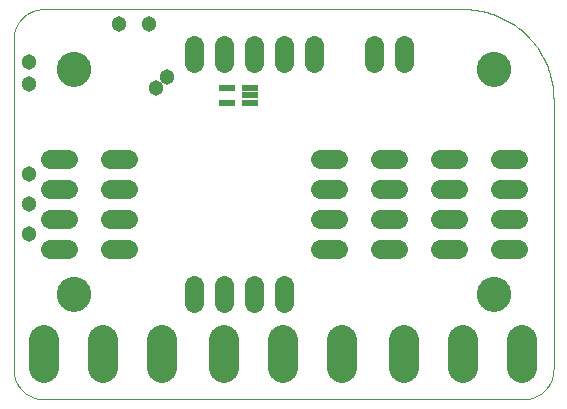
<source format=gbs>
G75*
%MOIN*%
%OFA0B0*%
%FSLAX25Y25*%
%IPPOS*%
%LPD*%
%AMOC8*
5,1,8,0,0,1.08239X$1,22.5*
%
%ADD10C,0.00000*%
%ADD11C,0.11424*%
%ADD12C,0.09849*%
%ADD13C,0.06400*%
%ADD14R,0.05243X0.01975*%
%ADD15C,0.05124*%
D10*
X0022200Y0013565D02*
X0182200Y0013565D01*
X0182442Y0013568D01*
X0182683Y0013577D01*
X0182924Y0013591D01*
X0183165Y0013612D01*
X0183405Y0013638D01*
X0183645Y0013670D01*
X0183884Y0013708D01*
X0184121Y0013751D01*
X0184358Y0013801D01*
X0184593Y0013856D01*
X0184827Y0013916D01*
X0185059Y0013983D01*
X0185290Y0014054D01*
X0185519Y0014132D01*
X0185746Y0014215D01*
X0185971Y0014303D01*
X0186194Y0014397D01*
X0186414Y0014496D01*
X0186632Y0014601D01*
X0186847Y0014710D01*
X0187060Y0014825D01*
X0187270Y0014945D01*
X0187476Y0015070D01*
X0187680Y0015200D01*
X0187881Y0015335D01*
X0188078Y0015475D01*
X0188272Y0015619D01*
X0188462Y0015768D01*
X0188648Y0015922D01*
X0188831Y0016080D01*
X0189010Y0016242D01*
X0189185Y0016409D01*
X0189356Y0016580D01*
X0189523Y0016755D01*
X0189685Y0016934D01*
X0189843Y0017117D01*
X0189997Y0017303D01*
X0190146Y0017493D01*
X0190290Y0017687D01*
X0190430Y0017884D01*
X0190565Y0018085D01*
X0190695Y0018289D01*
X0190820Y0018495D01*
X0190940Y0018705D01*
X0191055Y0018918D01*
X0191164Y0019133D01*
X0191269Y0019351D01*
X0191368Y0019571D01*
X0191462Y0019794D01*
X0191550Y0020019D01*
X0191633Y0020246D01*
X0191711Y0020475D01*
X0191782Y0020706D01*
X0191849Y0020938D01*
X0191909Y0021172D01*
X0191964Y0021407D01*
X0192014Y0021644D01*
X0192057Y0021881D01*
X0192095Y0022120D01*
X0192127Y0022360D01*
X0192153Y0022600D01*
X0192174Y0022841D01*
X0192188Y0023082D01*
X0192197Y0023323D01*
X0192200Y0023565D01*
X0192200Y0113565D01*
X0166688Y0123565D02*
X0166690Y0123713D01*
X0166696Y0123861D01*
X0166706Y0124009D01*
X0166720Y0124156D01*
X0166738Y0124303D01*
X0166759Y0124449D01*
X0166785Y0124595D01*
X0166815Y0124740D01*
X0166848Y0124884D01*
X0166886Y0125027D01*
X0166927Y0125169D01*
X0166972Y0125310D01*
X0167020Y0125450D01*
X0167073Y0125589D01*
X0167129Y0125726D01*
X0167189Y0125861D01*
X0167252Y0125995D01*
X0167319Y0126127D01*
X0167390Y0126257D01*
X0167464Y0126385D01*
X0167541Y0126511D01*
X0167622Y0126635D01*
X0167706Y0126757D01*
X0167793Y0126876D01*
X0167884Y0126993D01*
X0167978Y0127108D01*
X0168074Y0127220D01*
X0168174Y0127330D01*
X0168276Y0127436D01*
X0168382Y0127540D01*
X0168490Y0127641D01*
X0168601Y0127739D01*
X0168714Y0127835D01*
X0168830Y0127927D01*
X0168948Y0128016D01*
X0169069Y0128101D01*
X0169192Y0128184D01*
X0169317Y0128263D01*
X0169444Y0128339D01*
X0169573Y0128411D01*
X0169704Y0128480D01*
X0169837Y0128545D01*
X0169972Y0128606D01*
X0170108Y0128664D01*
X0170245Y0128719D01*
X0170384Y0128769D01*
X0170525Y0128816D01*
X0170666Y0128859D01*
X0170809Y0128899D01*
X0170953Y0128934D01*
X0171097Y0128966D01*
X0171243Y0128993D01*
X0171389Y0129017D01*
X0171536Y0129037D01*
X0171683Y0129053D01*
X0171830Y0129065D01*
X0171978Y0129073D01*
X0172126Y0129077D01*
X0172274Y0129077D01*
X0172422Y0129073D01*
X0172570Y0129065D01*
X0172717Y0129053D01*
X0172864Y0129037D01*
X0173011Y0129017D01*
X0173157Y0128993D01*
X0173303Y0128966D01*
X0173447Y0128934D01*
X0173591Y0128899D01*
X0173734Y0128859D01*
X0173875Y0128816D01*
X0174016Y0128769D01*
X0174155Y0128719D01*
X0174292Y0128664D01*
X0174428Y0128606D01*
X0174563Y0128545D01*
X0174696Y0128480D01*
X0174827Y0128411D01*
X0174956Y0128339D01*
X0175083Y0128263D01*
X0175208Y0128184D01*
X0175331Y0128101D01*
X0175452Y0128016D01*
X0175570Y0127927D01*
X0175686Y0127835D01*
X0175799Y0127739D01*
X0175910Y0127641D01*
X0176018Y0127540D01*
X0176124Y0127436D01*
X0176226Y0127330D01*
X0176326Y0127220D01*
X0176422Y0127108D01*
X0176516Y0126993D01*
X0176607Y0126876D01*
X0176694Y0126757D01*
X0176778Y0126635D01*
X0176859Y0126511D01*
X0176936Y0126385D01*
X0177010Y0126257D01*
X0177081Y0126127D01*
X0177148Y0125995D01*
X0177211Y0125861D01*
X0177271Y0125726D01*
X0177327Y0125589D01*
X0177380Y0125450D01*
X0177428Y0125310D01*
X0177473Y0125169D01*
X0177514Y0125027D01*
X0177552Y0124884D01*
X0177585Y0124740D01*
X0177615Y0124595D01*
X0177641Y0124449D01*
X0177662Y0124303D01*
X0177680Y0124156D01*
X0177694Y0124009D01*
X0177704Y0123861D01*
X0177710Y0123713D01*
X0177712Y0123565D01*
X0177710Y0123417D01*
X0177704Y0123269D01*
X0177694Y0123121D01*
X0177680Y0122974D01*
X0177662Y0122827D01*
X0177641Y0122681D01*
X0177615Y0122535D01*
X0177585Y0122390D01*
X0177552Y0122246D01*
X0177514Y0122103D01*
X0177473Y0121961D01*
X0177428Y0121820D01*
X0177380Y0121680D01*
X0177327Y0121541D01*
X0177271Y0121404D01*
X0177211Y0121269D01*
X0177148Y0121135D01*
X0177081Y0121003D01*
X0177010Y0120873D01*
X0176936Y0120745D01*
X0176859Y0120619D01*
X0176778Y0120495D01*
X0176694Y0120373D01*
X0176607Y0120254D01*
X0176516Y0120137D01*
X0176422Y0120022D01*
X0176326Y0119910D01*
X0176226Y0119800D01*
X0176124Y0119694D01*
X0176018Y0119590D01*
X0175910Y0119489D01*
X0175799Y0119391D01*
X0175686Y0119295D01*
X0175570Y0119203D01*
X0175452Y0119114D01*
X0175331Y0119029D01*
X0175208Y0118946D01*
X0175083Y0118867D01*
X0174956Y0118791D01*
X0174827Y0118719D01*
X0174696Y0118650D01*
X0174563Y0118585D01*
X0174428Y0118524D01*
X0174292Y0118466D01*
X0174155Y0118411D01*
X0174016Y0118361D01*
X0173875Y0118314D01*
X0173734Y0118271D01*
X0173591Y0118231D01*
X0173447Y0118196D01*
X0173303Y0118164D01*
X0173157Y0118137D01*
X0173011Y0118113D01*
X0172864Y0118093D01*
X0172717Y0118077D01*
X0172570Y0118065D01*
X0172422Y0118057D01*
X0172274Y0118053D01*
X0172126Y0118053D01*
X0171978Y0118057D01*
X0171830Y0118065D01*
X0171683Y0118077D01*
X0171536Y0118093D01*
X0171389Y0118113D01*
X0171243Y0118137D01*
X0171097Y0118164D01*
X0170953Y0118196D01*
X0170809Y0118231D01*
X0170666Y0118271D01*
X0170525Y0118314D01*
X0170384Y0118361D01*
X0170245Y0118411D01*
X0170108Y0118466D01*
X0169972Y0118524D01*
X0169837Y0118585D01*
X0169704Y0118650D01*
X0169573Y0118719D01*
X0169444Y0118791D01*
X0169317Y0118867D01*
X0169192Y0118946D01*
X0169069Y0119029D01*
X0168948Y0119114D01*
X0168830Y0119203D01*
X0168714Y0119295D01*
X0168601Y0119391D01*
X0168490Y0119489D01*
X0168382Y0119590D01*
X0168276Y0119694D01*
X0168174Y0119800D01*
X0168074Y0119910D01*
X0167978Y0120022D01*
X0167884Y0120137D01*
X0167793Y0120254D01*
X0167706Y0120373D01*
X0167622Y0120495D01*
X0167541Y0120619D01*
X0167464Y0120745D01*
X0167390Y0120873D01*
X0167319Y0121003D01*
X0167252Y0121135D01*
X0167189Y0121269D01*
X0167129Y0121404D01*
X0167073Y0121541D01*
X0167020Y0121680D01*
X0166972Y0121820D01*
X0166927Y0121961D01*
X0166886Y0122103D01*
X0166848Y0122246D01*
X0166815Y0122390D01*
X0166785Y0122535D01*
X0166759Y0122681D01*
X0166738Y0122827D01*
X0166720Y0122974D01*
X0166706Y0123121D01*
X0166696Y0123269D01*
X0166690Y0123417D01*
X0166688Y0123565D01*
X0162200Y0143565D02*
X0162925Y0143556D01*
X0163649Y0143530D01*
X0164373Y0143486D01*
X0165095Y0143425D01*
X0165816Y0143346D01*
X0166535Y0143250D01*
X0167251Y0143137D01*
X0167964Y0143006D01*
X0168674Y0142858D01*
X0169379Y0142693D01*
X0170081Y0142511D01*
X0170778Y0142312D01*
X0171471Y0142097D01*
X0172157Y0141864D01*
X0172838Y0141615D01*
X0173513Y0141350D01*
X0174181Y0141069D01*
X0174842Y0140771D01*
X0175496Y0140458D01*
X0176142Y0140129D01*
X0176780Y0139784D01*
X0177409Y0139424D01*
X0178029Y0139049D01*
X0178640Y0138659D01*
X0179242Y0138255D01*
X0179834Y0137836D01*
X0180415Y0137402D01*
X0180986Y0136955D01*
X0181545Y0136494D01*
X0182094Y0136020D01*
X0182630Y0135533D01*
X0183155Y0135033D01*
X0183668Y0134520D01*
X0184168Y0133995D01*
X0184655Y0133459D01*
X0185129Y0132910D01*
X0185590Y0132351D01*
X0186037Y0131780D01*
X0186471Y0131199D01*
X0186890Y0130607D01*
X0187294Y0130005D01*
X0187684Y0129394D01*
X0188059Y0128774D01*
X0188419Y0128145D01*
X0188764Y0127507D01*
X0189093Y0126861D01*
X0189406Y0126207D01*
X0189704Y0125546D01*
X0189985Y0124878D01*
X0190250Y0124203D01*
X0190499Y0123522D01*
X0190732Y0122836D01*
X0190947Y0122143D01*
X0191146Y0121446D01*
X0191328Y0120744D01*
X0191493Y0120039D01*
X0191641Y0119329D01*
X0191772Y0118616D01*
X0191885Y0117900D01*
X0191981Y0117181D01*
X0192060Y0116460D01*
X0192121Y0115738D01*
X0192165Y0115014D01*
X0192191Y0114290D01*
X0192200Y0113565D01*
X0162200Y0143565D02*
X0022200Y0143565D01*
X0021958Y0143562D01*
X0021717Y0143553D01*
X0021476Y0143539D01*
X0021235Y0143518D01*
X0020995Y0143492D01*
X0020755Y0143460D01*
X0020516Y0143422D01*
X0020279Y0143379D01*
X0020042Y0143329D01*
X0019807Y0143274D01*
X0019573Y0143214D01*
X0019341Y0143147D01*
X0019110Y0143076D01*
X0018881Y0142998D01*
X0018654Y0142915D01*
X0018429Y0142827D01*
X0018206Y0142733D01*
X0017986Y0142634D01*
X0017768Y0142529D01*
X0017553Y0142420D01*
X0017340Y0142305D01*
X0017130Y0142185D01*
X0016924Y0142060D01*
X0016720Y0141930D01*
X0016519Y0141795D01*
X0016322Y0141655D01*
X0016128Y0141511D01*
X0015938Y0141362D01*
X0015752Y0141208D01*
X0015569Y0141050D01*
X0015390Y0140888D01*
X0015215Y0140721D01*
X0015044Y0140550D01*
X0014877Y0140375D01*
X0014715Y0140196D01*
X0014557Y0140013D01*
X0014403Y0139827D01*
X0014254Y0139637D01*
X0014110Y0139443D01*
X0013970Y0139246D01*
X0013835Y0139045D01*
X0013705Y0138841D01*
X0013580Y0138635D01*
X0013460Y0138425D01*
X0013345Y0138212D01*
X0013236Y0137997D01*
X0013131Y0137779D01*
X0013032Y0137559D01*
X0012938Y0137336D01*
X0012850Y0137111D01*
X0012767Y0136884D01*
X0012689Y0136655D01*
X0012618Y0136424D01*
X0012551Y0136192D01*
X0012491Y0135958D01*
X0012436Y0135723D01*
X0012386Y0135486D01*
X0012343Y0135249D01*
X0012305Y0135010D01*
X0012273Y0134770D01*
X0012247Y0134530D01*
X0012226Y0134289D01*
X0012212Y0134048D01*
X0012203Y0133807D01*
X0012200Y0133565D01*
X0012200Y0023565D01*
X0012203Y0023323D01*
X0012212Y0023082D01*
X0012226Y0022841D01*
X0012247Y0022600D01*
X0012273Y0022360D01*
X0012305Y0022120D01*
X0012343Y0021881D01*
X0012386Y0021644D01*
X0012436Y0021407D01*
X0012491Y0021172D01*
X0012551Y0020938D01*
X0012618Y0020706D01*
X0012689Y0020475D01*
X0012767Y0020246D01*
X0012850Y0020019D01*
X0012938Y0019794D01*
X0013032Y0019571D01*
X0013131Y0019351D01*
X0013236Y0019133D01*
X0013345Y0018918D01*
X0013460Y0018705D01*
X0013580Y0018495D01*
X0013705Y0018289D01*
X0013835Y0018085D01*
X0013970Y0017884D01*
X0014110Y0017687D01*
X0014254Y0017493D01*
X0014403Y0017303D01*
X0014557Y0017117D01*
X0014715Y0016934D01*
X0014877Y0016755D01*
X0015044Y0016580D01*
X0015215Y0016409D01*
X0015390Y0016242D01*
X0015569Y0016080D01*
X0015752Y0015922D01*
X0015938Y0015768D01*
X0016128Y0015619D01*
X0016322Y0015475D01*
X0016519Y0015335D01*
X0016720Y0015200D01*
X0016924Y0015070D01*
X0017130Y0014945D01*
X0017340Y0014825D01*
X0017553Y0014710D01*
X0017768Y0014601D01*
X0017986Y0014496D01*
X0018206Y0014397D01*
X0018429Y0014303D01*
X0018654Y0014215D01*
X0018881Y0014132D01*
X0019110Y0014054D01*
X0019341Y0013983D01*
X0019573Y0013916D01*
X0019807Y0013856D01*
X0020042Y0013801D01*
X0020279Y0013751D01*
X0020516Y0013708D01*
X0020755Y0013670D01*
X0020995Y0013638D01*
X0021235Y0013612D01*
X0021476Y0013591D01*
X0021717Y0013577D01*
X0021958Y0013568D01*
X0022200Y0013565D01*
X0026688Y0048565D02*
X0026690Y0048713D01*
X0026696Y0048861D01*
X0026706Y0049009D01*
X0026720Y0049156D01*
X0026738Y0049303D01*
X0026759Y0049449D01*
X0026785Y0049595D01*
X0026815Y0049740D01*
X0026848Y0049884D01*
X0026886Y0050027D01*
X0026927Y0050169D01*
X0026972Y0050310D01*
X0027020Y0050450D01*
X0027073Y0050589D01*
X0027129Y0050726D01*
X0027189Y0050861D01*
X0027252Y0050995D01*
X0027319Y0051127D01*
X0027390Y0051257D01*
X0027464Y0051385D01*
X0027541Y0051511D01*
X0027622Y0051635D01*
X0027706Y0051757D01*
X0027793Y0051876D01*
X0027884Y0051993D01*
X0027978Y0052108D01*
X0028074Y0052220D01*
X0028174Y0052330D01*
X0028276Y0052436D01*
X0028382Y0052540D01*
X0028490Y0052641D01*
X0028601Y0052739D01*
X0028714Y0052835D01*
X0028830Y0052927D01*
X0028948Y0053016D01*
X0029069Y0053101D01*
X0029192Y0053184D01*
X0029317Y0053263D01*
X0029444Y0053339D01*
X0029573Y0053411D01*
X0029704Y0053480D01*
X0029837Y0053545D01*
X0029972Y0053606D01*
X0030108Y0053664D01*
X0030245Y0053719D01*
X0030384Y0053769D01*
X0030525Y0053816D01*
X0030666Y0053859D01*
X0030809Y0053899D01*
X0030953Y0053934D01*
X0031097Y0053966D01*
X0031243Y0053993D01*
X0031389Y0054017D01*
X0031536Y0054037D01*
X0031683Y0054053D01*
X0031830Y0054065D01*
X0031978Y0054073D01*
X0032126Y0054077D01*
X0032274Y0054077D01*
X0032422Y0054073D01*
X0032570Y0054065D01*
X0032717Y0054053D01*
X0032864Y0054037D01*
X0033011Y0054017D01*
X0033157Y0053993D01*
X0033303Y0053966D01*
X0033447Y0053934D01*
X0033591Y0053899D01*
X0033734Y0053859D01*
X0033875Y0053816D01*
X0034016Y0053769D01*
X0034155Y0053719D01*
X0034292Y0053664D01*
X0034428Y0053606D01*
X0034563Y0053545D01*
X0034696Y0053480D01*
X0034827Y0053411D01*
X0034956Y0053339D01*
X0035083Y0053263D01*
X0035208Y0053184D01*
X0035331Y0053101D01*
X0035452Y0053016D01*
X0035570Y0052927D01*
X0035686Y0052835D01*
X0035799Y0052739D01*
X0035910Y0052641D01*
X0036018Y0052540D01*
X0036124Y0052436D01*
X0036226Y0052330D01*
X0036326Y0052220D01*
X0036422Y0052108D01*
X0036516Y0051993D01*
X0036607Y0051876D01*
X0036694Y0051757D01*
X0036778Y0051635D01*
X0036859Y0051511D01*
X0036936Y0051385D01*
X0037010Y0051257D01*
X0037081Y0051127D01*
X0037148Y0050995D01*
X0037211Y0050861D01*
X0037271Y0050726D01*
X0037327Y0050589D01*
X0037380Y0050450D01*
X0037428Y0050310D01*
X0037473Y0050169D01*
X0037514Y0050027D01*
X0037552Y0049884D01*
X0037585Y0049740D01*
X0037615Y0049595D01*
X0037641Y0049449D01*
X0037662Y0049303D01*
X0037680Y0049156D01*
X0037694Y0049009D01*
X0037704Y0048861D01*
X0037710Y0048713D01*
X0037712Y0048565D01*
X0037710Y0048417D01*
X0037704Y0048269D01*
X0037694Y0048121D01*
X0037680Y0047974D01*
X0037662Y0047827D01*
X0037641Y0047681D01*
X0037615Y0047535D01*
X0037585Y0047390D01*
X0037552Y0047246D01*
X0037514Y0047103D01*
X0037473Y0046961D01*
X0037428Y0046820D01*
X0037380Y0046680D01*
X0037327Y0046541D01*
X0037271Y0046404D01*
X0037211Y0046269D01*
X0037148Y0046135D01*
X0037081Y0046003D01*
X0037010Y0045873D01*
X0036936Y0045745D01*
X0036859Y0045619D01*
X0036778Y0045495D01*
X0036694Y0045373D01*
X0036607Y0045254D01*
X0036516Y0045137D01*
X0036422Y0045022D01*
X0036326Y0044910D01*
X0036226Y0044800D01*
X0036124Y0044694D01*
X0036018Y0044590D01*
X0035910Y0044489D01*
X0035799Y0044391D01*
X0035686Y0044295D01*
X0035570Y0044203D01*
X0035452Y0044114D01*
X0035331Y0044029D01*
X0035208Y0043946D01*
X0035083Y0043867D01*
X0034956Y0043791D01*
X0034827Y0043719D01*
X0034696Y0043650D01*
X0034563Y0043585D01*
X0034428Y0043524D01*
X0034292Y0043466D01*
X0034155Y0043411D01*
X0034016Y0043361D01*
X0033875Y0043314D01*
X0033734Y0043271D01*
X0033591Y0043231D01*
X0033447Y0043196D01*
X0033303Y0043164D01*
X0033157Y0043137D01*
X0033011Y0043113D01*
X0032864Y0043093D01*
X0032717Y0043077D01*
X0032570Y0043065D01*
X0032422Y0043057D01*
X0032274Y0043053D01*
X0032126Y0043053D01*
X0031978Y0043057D01*
X0031830Y0043065D01*
X0031683Y0043077D01*
X0031536Y0043093D01*
X0031389Y0043113D01*
X0031243Y0043137D01*
X0031097Y0043164D01*
X0030953Y0043196D01*
X0030809Y0043231D01*
X0030666Y0043271D01*
X0030525Y0043314D01*
X0030384Y0043361D01*
X0030245Y0043411D01*
X0030108Y0043466D01*
X0029972Y0043524D01*
X0029837Y0043585D01*
X0029704Y0043650D01*
X0029573Y0043719D01*
X0029444Y0043791D01*
X0029317Y0043867D01*
X0029192Y0043946D01*
X0029069Y0044029D01*
X0028948Y0044114D01*
X0028830Y0044203D01*
X0028714Y0044295D01*
X0028601Y0044391D01*
X0028490Y0044489D01*
X0028382Y0044590D01*
X0028276Y0044694D01*
X0028174Y0044800D01*
X0028074Y0044910D01*
X0027978Y0045022D01*
X0027884Y0045137D01*
X0027793Y0045254D01*
X0027706Y0045373D01*
X0027622Y0045495D01*
X0027541Y0045619D01*
X0027464Y0045745D01*
X0027390Y0045873D01*
X0027319Y0046003D01*
X0027252Y0046135D01*
X0027189Y0046269D01*
X0027129Y0046404D01*
X0027073Y0046541D01*
X0027020Y0046680D01*
X0026972Y0046820D01*
X0026927Y0046961D01*
X0026886Y0047103D01*
X0026848Y0047246D01*
X0026815Y0047390D01*
X0026785Y0047535D01*
X0026759Y0047681D01*
X0026738Y0047827D01*
X0026720Y0047974D01*
X0026706Y0048121D01*
X0026696Y0048269D01*
X0026690Y0048417D01*
X0026688Y0048565D01*
X0026688Y0123565D02*
X0026690Y0123713D01*
X0026696Y0123861D01*
X0026706Y0124009D01*
X0026720Y0124156D01*
X0026738Y0124303D01*
X0026759Y0124449D01*
X0026785Y0124595D01*
X0026815Y0124740D01*
X0026848Y0124884D01*
X0026886Y0125027D01*
X0026927Y0125169D01*
X0026972Y0125310D01*
X0027020Y0125450D01*
X0027073Y0125589D01*
X0027129Y0125726D01*
X0027189Y0125861D01*
X0027252Y0125995D01*
X0027319Y0126127D01*
X0027390Y0126257D01*
X0027464Y0126385D01*
X0027541Y0126511D01*
X0027622Y0126635D01*
X0027706Y0126757D01*
X0027793Y0126876D01*
X0027884Y0126993D01*
X0027978Y0127108D01*
X0028074Y0127220D01*
X0028174Y0127330D01*
X0028276Y0127436D01*
X0028382Y0127540D01*
X0028490Y0127641D01*
X0028601Y0127739D01*
X0028714Y0127835D01*
X0028830Y0127927D01*
X0028948Y0128016D01*
X0029069Y0128101D01*
X0029192Y0128184D01*
X0029317Y0128263D01*
X0029444Y0128339D01*
X0029573Y0128411D01*
X0029704Y0128480D01*
X0029837Y0128545D01*
X0029972Y0128606D01*
X0030108Y0128664D01*
X0030245Y0128719D01*
X0030384Y0128769D01*
X0030525Y0128816D01*
X0030666Y0128859D01*
X0030809Y0128899D01*
X0030953Y0128934D01*
X0031097Y0128966D01*
X0031243Y0128993D01*
X0031389Y0129017D01*
X0031536Y0129037D01*
X0031683Y0129053D01*
X0031830Y0129065D01*
X0031978Y0129073D01*
X0032126Y0129077D01*
X0032274Y0129077D01*
X0032422Y0129073D01*
X0032570Y0129065D01*
X0032717Y0129053D01*
X0032864Y0129037D01*
X0033011Y0129017D01*
X0033157Y0128993D01*
X0033303Y0128966D01*
X0033447Y0128934D01*
X0033591Y0128899D01*
X0033734Y0128859D01*
X0033875Y0128816D01*
X0034016Y0128769D01*
X0034155Y0128719D01*
X0034292Y0128664D01*
X0034428Y0128606D01*
X0034563Y0128545D01*
X0034696Y0128480D01*
X0034827Y0128411D01*
X0034956Y0128339D01*
X0035083Y0128263D01*
X0035208Y0128184D01*
X0035331Y0128101D01*
X0035452Y0128016D01*
X0035570Y0127927D01*
X0035686Y0127835D01*
X0035799Y0127739D01*
X0035910Y0127641D01*
X0036018Y0127540D01*
X0036124Y0127436D01*
X0036226Y0127330D01*
X0036326Y0127220D01*
X0036422Y0127108D01*
X0036516Y0126993D01*
X0036607Y0126876D01*
X0036694Y0126757D01*
X0036778Y0126635D01*
X0036859Y0126511D01*
X0036936Y0126385D01*
X0037010Y0126257D01*
X0037081Y0126127D01*
X0037148Y0125995D01*
X0037211Y0125861D01*
X0037271Y0125726D01*
X0037327Y0125589D01*
X0037380Y0125450D01*
X0037428Y0125310D01*
X0037473Y0125169D01*
X0037514Y0125027D01*
X0037552Y0124884D01*
X0037585Y0124740D01*
X0037615Y0124595D01*
X0037641Y0124449D01*
X0037662Y0124303D01*
X0037680Y0124156D01*
X0037694Y0124009D01*
X0037704Y0123861D01*
X0037710Y0123713D01*
X0037712Y0123565D01*
X0037710Y0123417D01*
X0037704Y0123269D01*
X0037694Y0123121D01*
X0037680Y0122974D01*
X0037662Y0122827D01*
X0037641Y0122681D01*
X0037615Y0122535D01*
X0037585Y0122390D01*
X0037552Y0122246D01*
X0037514Y0122103D01*
X0037473Y0121961D01*
X0037428Y0121820D01*
X0037380Y0121680D01*
X0037327Y0121541D01*
X0037271Y0121404D01*
X0037211Y0121269D01*
X0037148Y0121135D01*
X0037081Y0121003D01*
X0037010Y0120873D01*
X0036936Y0120745D01*
X0036859Y0120619D01*
X0036778Y0120495D01*
X0036694Y0120373D01*
X0036607Y0120254D01*
X0036516Y0120137D01*
X0036422Y0120022D01*
X0036326Y0119910D01*
X0036226Y0119800D01*
X0036124Y0119694D01*
X0036018Y0119590D01*
X0035910Y0119489D01*
X0035799Y0119391D01*
X0035686Y0119295D01*
X0035570Y0119203D01*
X0035452Y0119114D01*
X0035331Y0119029D01*
X0035208Y0118946D01*
X0035083Y0118867D01*
X0034956Y0118791D01*
X0034827Y0118719D01*
X0034696Y0118650D01*
X0034563Y0118585D01*
X0034428Y0118524D01*
X0034292Y0118466D01*
X0034155Y0118411D01*
X0034016Y0118361D01*
X0033875Y0118314D01*
X0033734Y0118271D01*
X0033591Y0118231D01*
X0033447Y0118196D01*
X0033303Y0118164D01*
X0033157Y0118137D01*
X0033011Y0118113D01*
X0032864Y0118093D01*
X0032717Y0118077D01*
X0032570Y0118065D01*
X0032422Y0118057D01*
X0032274Y0118053D01*
X0032126Y0118053D01*
X0031978Y0118057D01*
X0031830Y0118065D01*
X0031683Y0118077D01*
X0031536Y0118093D01*
X0031389Y0118113D01*
X0031243Y0118137D01*
X0031097Y0118164D01*
X0030953Y0118196D01*
X0030809Y0118231D01*
X0030666Y0118271D01*
X0030525Y0118314D01*
X0030384Y0118361D01*
X0030245Y0118411D01*
X0030108Y0118466D01*
X0029972Y0118524D01*
X0029837Y0118585D01*
X0029704Y0118650D01*
X0029573Y0118719D01*
X0029444Y0118791D01*
X0029317Y0118867D01*
X0029192Y0118946D01*
X0029069Y0119029D01*
X0028948Y0119114D01*
X0028830Y0119203D01*
X0028714Y0119295D01*
X0028601Y0119391D01*
X0028490Y0119489D01*
X0028382Y0119590D01*
X0028276Y0119694D01*
X0028174Y0119800D01*
X0028074Y0119910D01*
X0027978Y0120022D01*
X0027884Y0120137D01*
X0027793Y0120254D01*
X0027706Y0120373D01*
X0027622Y0120495D01*
X0027541Y0120619D01*
X0027464Y0120745D01*
X0027390Y0120873D01*
X0027319Y0121003D01*
X0027252Y0121135D01*
X0027189Y0121269D01*
X0027129Y0121404D01*
X0027073Y0121541D01*
X0027020Y0121680D01*
X0026972Y0121820D01*
X0026927Y0121961D01*
X0026886Y0122103D01*
X0026848Y0122246D01*
X0026815Y0122390D01*
X0026785Y0122535D01*
X0026759Y0122681D01*
X0026738Y0122827D01*
X0026720Y0122974D01*
X0026706Y0123121D01*
X0026696Y0123269D01*
X0026690Y0123417D01*
X0026688Y0123565D01*
X0166688Y0048565D02*
X0166690Y0048713D01*
X0166696Y0048861D01*
X0166706Y0049009D01*
X0166720Y0049156D01*
X0166738Y0049303D01*
X0166759Y0049449D01*
X0166785Y0049595D01*
X0166815Y0049740D01*
X0166848Y0049884D01*
X0166886Y0050027D01*
X0166927Y0050169D01*
X0166972Y0050310D01*
X0167020Y0050450D01*
X0167073Y0050589D01*
X0167129Y0050726D01*
X0167189Y0050861D01*
X0167252Y0050995D01*
X0167319Y0051127D01*
X0167390Y0051257D01*
X0167464Y0051385D01*
X0167541Y0051511D01*
X0167622Y0051635D01*
X0167706Y0051757D01*
X0167793Y0051876D01*
X0167884Y0051993D01*
X0167978Y0052108D01*
X0168074Y0052220D01*
X0168174Y0052330D01*
X0168276Y0052436D01*
X0168382Y0052540D01*
X0168490Y0052641D01*
X0168601Y0052739D01*
X0168714Y0052835D01*
X0168830Y0052927D01*
X0168948Y0053016D01*
X0169069Y0053101D01*
X0169192Y0053184D01*
X0169317Y0053263D01*
X0169444Y0053339D01*
X0169573Y0053411D01*
X0169704Y0053480D01*
X0169837Y0053545D01*
X0169972Y0053606D01*
X0170108Y0053664D01*
X0170245Y0053719D01*
X0170384Y0053769D01*
X0170525Y0053816D01*
X0170666Y0053859D01*
X0170809Y0053899D01*
X0170953Y0053934D01*
X0171097Y0053966D01*
X0171243Y0053993D01*
X0171389Y0054017D01*
X0171536Y0054037D01*
X0171683Y0054053D01*
X0171830Y0054065D01*
X0171978Y0054073D01*
X0172126Y0054077D01*
X0172274Y0054077D01*
X0172422Y0054073D01*
X0172570Y0054065D01*
X0172717Y0054053D01*
X0172864Y0054037D01*
X0173011Y0054017D01*
X0173157Y0053993D01*
X0173303Y0053966D01*
X0173447Y0053934D01*
X0173591Y0053899D01*
X0173734Y0053859D01*
X0173875Y0053816D01*
X0174016Y0053769D01*
X0174155Y0053719D01*
X0174292Y0053664D01*
X0174428Y0053606D01*
X0174563Y0053545D01*
X0174696Y0053480D01*
X0174827Y0053411D01*
X0174956Y0053339D01*
X0175083Y0053263D01*
X0175208Y0053184D01*
X0175331Y0053101D01*
X0175452Y0053016D01*
X0175570Y0052927D01*
X0175686Y0052835D01*
X0175799Y0052739D01*
X0175910Y0052641D01*
X0176018Y0052540D01*
X0176124Y0052436D01*
X0176226Y0052330D01*
X0176326Y0052220D01*
X0176422Y0052108D01*
X0176516Y0051993D01*
X0176607Y0051876D01*
X0176694Y0051757D01*
X0176778Y0051635D01*
X0176859Y0051511D01*
X0176936Y0051385D01*
X0177010Y0051257D01*
X0177081Y0051127D01*
X0177148Y0050995D01*
X0177211Y0050861D01*
X0177271Y0050726D01*
X0177327Y0050589D01*
X0177380Y0050450D01*
X0177428Y0050310D01*
X0177473Y0050169D01*
X0177514Y0050027D01*
X0177552Y0049884D01*
X0177585Y0049740D01*
X0177615Y0049595D01*
X0177641Y0049449D01*
X0177662Y0049303D01*
X0177680Y0049156D01*
X0177694Y0049009D01*
X0177704Y0048861D01*
X0177710Y0048713D01*
X0177712Y0048565D01*
X0177710Y0048417D01*
X0177704Y0048269D01*
X0177694Y0048121D01*
X0177680Y0047974D01*
X0177662Y0047827D01*
X0177641Y0047681D01*
X0177615Y0047535D01*
X0177585Y0047390D01*
X0177552Y0047246D01*
X0177514Y0047103D01*
X0177473Y0046961D01*
X0177428Y0046820D01*
X0177380Y0046680D01*
X0177327Y0046541D01*
X0177271Y0046404D01*
X0177211Y0046269D01*
X0177148Y0046135D01*
X0177081Y0046003D01*
X0177010Y0045873D01*
X0176936Y0045745D01*
X0176859Y0045619D01*
X0176778Y0045495D01*
X0176694Y0045373D01*
X0176607Y0045254D01*
X0176516Y0045137D01*
X0176422Y0045022D01*
X0176326Y0044910D01*
X0176226Y0044800D01*
X0176124Y0044694D01*
X0176018Y0044590D01*
X0175910Y0044489D01*
X0175799Y0044391D01*
X0175686Y0044295D01*
X0175570Y0044203D01*
X0175452Y0044114D01*
X0175331Y0044029D01*
X0175208Y0043946D01*
X0175083Y0043867D01*
X0174956Y0043791D01*
X0174827Y0043719D01*
X0174696Y0043650D01*
X0174563Y0043585D01*
X0174428Y0043524D01*
X0174292Y0043466D01*
X0174155Y0043411D01*
X0174016Y0043361D01*
X0173875Y0043314D01*
X0173734Y0043271D01*
X0173591Y0043231D01*
X0173447Y0043196D01*
X0173303Y0043164D01*
X0173157Y0043137D01*
X0173011Y0043113D01*
X0172864Y0043093D01*
X0172717Y0043077D01*
X0172570Y0043065D01*
X0172422Y0043057D01*
X0172274Y0043053D01*
X0172126Y0043053D01*
X0171978Y0043057D01*
X0171830Y0043065D01*
X0171683Y0043077D01*
X0171536Y0043093D01*
X0171389Y0043113D01*
X0171243Y0043137D01*
X0171097Y0043164D01*
X0170953Y0043196D01*
X0170809Y0043231D01*
X0170666Y0043271D01*
X0170525Y0043314D01*
X0170384Y0043361D01*
X0170245Y0043411D01*
X0170108Y0043466D01*
X0169972Y0043524D01*
X0169837Y0043585D01*
X0169704Y0043650D01*
X0169573Y0043719D01*
X0169444Y0043791D01*
X0169317Y0043867D01*
X0169192Y0043946D01*
X0169069Y0044029D01*
X0168948Y0044114D01*
X0168830Y0044203D01*
X0168714Y0044295D01*
X0168601Y0044391D01*
X0168490Y0044489D01*
X0168382Y0044590D01*
X0168276Y0044694D01*
X0168174Y0044800D01*
X0168074Y0044910D01*
X0167978Y0045022D01*
X0167884Y0045137D01*
X0167793Y0045254D01*
X0167706Y0045373D01*
X0167622Y0045495D01*
X0167541Y0045619D01*
X0167464Y0045745D01*
X0167390Y0045873D01*
X0167319Y0046003D01*
X0167252Y0046135D01*
X0167189Y0046269D01*
X0167129Y0046404D01*
X0167073Y0046541D01*
X0167020Y0046680D01*
X0166972Y0046820D01*
X0166927Y0046961D01*
X0166886Y0047103D01*
X0166848Y0047246D01*
X0166815Y0047390D01*
X0166785Y0047535D01*
X0166759Y0047681D01*
X0166738Y0047827D01*
X0166720Y0047974D01*
X0166706Y0048121D01*
X0166696Y0048269D01*
X0166690Y0048417D01*
X0166688Y0048565D01*
D11*
X0172200Y0048565D03*
X0172200Y0123565D03*
X0032200Y0123565D03*
X0032200Y0048565D03*
D12*
X0022357Y0033290D02*
X0022357Y0023841D01*
X0042043Y0023841D02*
X0042043Y0033290D01*
X0061728Y0033290D02*
X0061728Y0023841D01*
X0082357Y0023841D02*
X0082357Y0033290D01*
X0102043Y0033290D02*
X0102043Y0023841D01*
X0121728Y0023841D02*
X0121728Y0033290D01*
X0142357Y0033290D02*
X0142357Y0023841D01*
X0162043Y0023841D02*
X0162043Y0033290D01*
X0181728Y0033290D02*
X0181728Y0023841D01*
D13*
X0180200Y0063565D02*
X0174200Y0063565D01*
X0174200Y0073565D02*
X0180200Y0073565D01*
X0180200Y0083565D02*
X0174200Y0083565D01*
X0174200Y0093565D02*
X0180200Y0093565D01*
X0160200Y0093565D02*
X0154200Y0093565D01*
X0140200Y0093565D02*
X0134200Y0093565D01*
X0120200Y0093565D02*
X0114200Y0093565D01*
X0114200Y0083565D02*
X0120200Y0083565D01*
X0134200Y0083565D02*
X0140200Y0083565D01*
X0154200Y0083565D02*
X0160200Y0083565D01*
X0160200Y0073565D02*
X0154200Y0073565D01*
X0154200Y0063565D02*
X0160200Y0063565D01*
X0140200Y0063565D02*
X0134200Y0063565D01*
X0134200Y0073565D02*
X0140200Y0073565D01*
X0120200Y0073565D02*
X0114200Y0073565D01*
X0114200Y0063565D02*
X0120200Y0063565D01*
X0102200Y0051565D02*
X0102200Y0045565D01*
X0092200Y0045565D02*
X0092200Y0051565D01*
X0082200Y0051565D02*
X0082200Y0045565D01*
X0072200Y0045565D02*
X0072200Y0051565D01*
X0050200Y0063565D02*
X0044200Y0063565D01*
X0044200Y0073565D02*
X0050200Y0073565D01*
X0050200Y0083565D02*
X0044200Y0083565D01*
X0030200Y0083565D02*
X0024200Y0083565D01*
X0024200Y0073565D02*
X0030200Y0073565D01*
X0030200Y0063565D02*
X0024200Y0063565D01*
X0024200Y0093565D02*
X0030200Y0093565D01*
X0044200Y0093565D02*
X0050200Y0093565D01*
X0072200Y0125565D02*
X0072200Y0131565D01*
X0082200Y0131565D02*
X0082200Y0125565D01*
X0092200Y0125565D02*
X0092200Y0131565D01*
X0102200Y0131565D02*
X0102200Y0125565D01*
X0112200Y0125565D02*
X0112200Y0131565D01*
X0132200Y0131565D02*
X0132200Y0125565D01*
X0142200Y0125565D02*
X0142200Y0131565D01*
D14*
X0090901Y0117374D03*
X0090901Y0114815D03*
X0090901Y0112256D03*
X0083499Y0112256D03*
X0083499Y0117374D03*
D15*
X0063450Y0121065D03*
X0059700Y0117315D03*
X0057200Y0138565D03*
X0047200Y0138565D03*
X0017200Y0126065D03*
X0017200Y0118565D03*
X0017200Y0088565D03*
X0017200Y0078565D03*
X0017200Y0068565D03*
M02*

</source>
